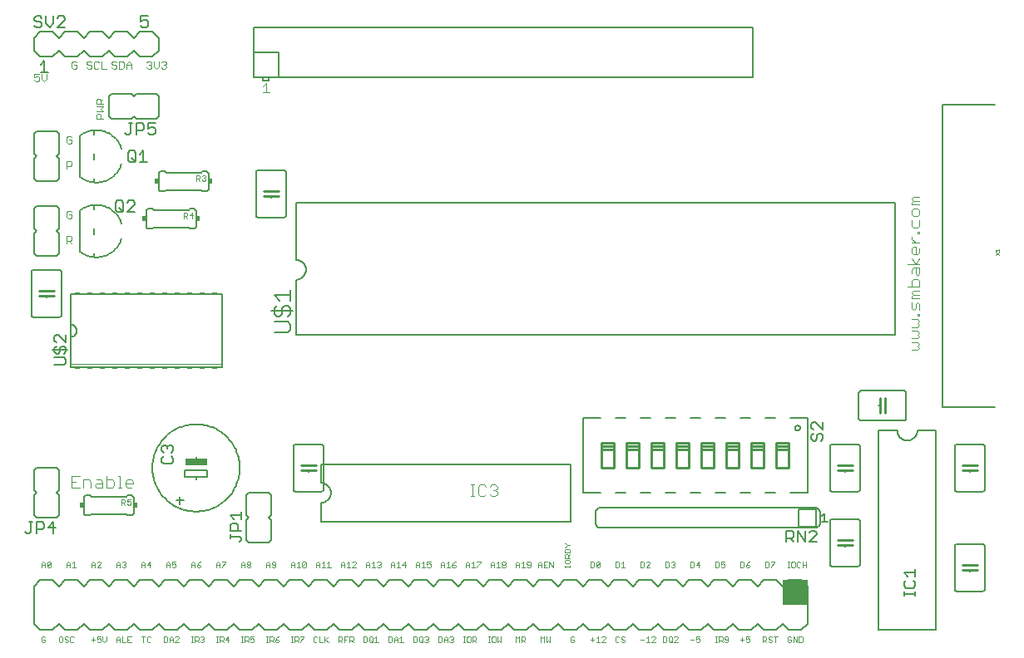
<source format=gto>
G75*
%MOIN*%
%OFA0B0*%
%FSLAX24Y24*%
%IPPOS*%
%LPD*%
%AMOC8*
5,1,8,0,0,1.08239X$1,22.5*
%
%ADD10C,0.0020*%
%ADD11C,0.0040*%
%ADD12C,0.0030*%
%ADD13C,0.0060*%
%ADD14R,0.1000X0.1000*%
%ADD15C,0.0080*%
%ADD16C,0.0100*%
%ADD17C,0.0050*%
%ADD18R,0.0200X0.0050*%
%ADD19R,0.0150X0.0200*%
%ADD20R,0.0900X0.0250*%
D10*
X001527Y004190D02*
X001600Y004190D01*
X001637Y004227D01*
X001637Y004300D01*
X001563Y004300D01*
X001490Y004227D02*
X001527Y004190D01*
X001490Y004227D02*
X001490Y004373D01*
X001527Y004410D01*
X001600Y004410D01*
X001637Y004373D01*
X002190Y004373D02*
X002190Y004227D01*
X002227Y004190D01*
X002300Y004190D01*
X002337Y004227D01*
X002337Y004373D01*
X002300Y004410D01*
X002227Y004410D01*
X002190Y004373D01*
X002411Y004373D02*
X002411Y004337D01*
X002448Y004300D01*
X002521Y004300D01*
X002558Y004263D01*
X002558Y004227D01*
X002521Y004190D01*
X002448Y004190D01*
X002411Y004227D01*
X002411Y004373D02*
X002448Y004410D01*
X002521Y004410D01*
X002558Y004373D01*
X002632Y004373D02*
X002632Y004227D01*
X002669Y004190D01*
X002742Y004190D01*
X002779Y004227D01*
X002779Y004373D02*
X002742Y004410D01*
X002669Y004410D01*
X002632Y004373D01*
X003490Y004300D02*
X003637Y004300D01*
X003711Y004300D02*
X003784Y004337D01*
X003821Y004337D01*
X003858Y004300D01*
X003858Y004227D01*
X003821Y004190D01*
X003748Y004190D01*
X003711Y004227D01*
X003711Y004300D02*
X003711Y004410D01*
X003858Y004410D01*
X003932Y004410D02*
X003932Y004263D01*
X004005Y004190D01*
X004079Y004263D01*
X004079Y004410D01*
X004490Y004337D02*
X004563Y004410D01*
X004637Y004337D01*
X004637Y004190D01*
X004711Y004190D02*
X004858Y004190D01*
X004932Y004190D02*
X005079Y004190D01*
X005005Y004300D02*
X004932Y004300D01*
X004932Y004410D02*
X004932Y004190D01*
X004932Y004410D02*
X005079Y004410D01*
X004711Y004410D02*
X004711Y004190D01*
X004637Y004300D02*
X004490Y004300D01*
X004490Y004337D02*
X004490Y004190D01*
X003563Y004227D02*
X003563Y004373D01*
X005490Y004410D02*
X005637Y004410D01*
X005563Y004410D02*
X005563Y004190D01*
X005711Y004227D02*
X005748Y004190D01*
X005821Y004190D01*
X005858Y004227D01*
X005858Y004373D02*
X005821Y004410D01*
X005748Y004410D01*
X005711Y004373D01*
X005711Y004227D01*
X006390Y004190D02*
X006500Y004190D01*
X006537Y004227D01*
X006537Y004373D01*
X006500Y004410D01*
X006390Y004410D01*
X006390Y004190D01*
X006611Y004190D02*
X006611Y004337D01*
X006684Y004410D01*
X006758Y004337D01*
X006758Y004190D01*
X006832Y004190D02*
X006979Y004337D01*
X006979Y004373D01*
X006942Y004410D01*
X006869Y004410D01*
X006832Y004373D01*
X006758Y004300D02*
X006611Y004300D01*
X006832Y004190D02*
X006979Y004190D01*
X007490Y004190D02*
X007563Y004190D01*
X007527Y004190D02*
X007527Y004410D01*
X007563Y004410D02*
X007490Y004410D01*
X007637Y004410D02*
X007747Y004410D01*
X007784Y004373D01*
X007784Y004300D01*
X007747Y004263D01*
X007637Y004263D01*
X007637Y004190D02*
X007637Y004410D01*
X007711Y004263D02*
X007784Y004190D01*
X007858Y004227D02*
X007895Y004190D01*
X007968Y004190D01*
X008005Y004227D01*
X008005Y004263D01*
X007968Y004300D01*
X007932Y004300D01*
X007968Y004300D02*
X008005Y004337D01*
X008005Y004373D01*
X007968Y004410D01*
X007895Y004410D01*
X007858Y004373D01*
X008490Y004410D02*
X008563Y004410D01*
X008527Y004410D02*
X008527Y004190D01*
X008563Y004190D02*
X008490Y004190D01*
X008637Y004190D02*
X008637Y004410D01*
X008747Y004410D01*
X008784Y004373D01*
X008784Y004300D01*
X008747Y004263D01*
X008637Y004263D01*
X008711Y004263D02*
X008784Y004190D01*
X008858Y004300D02*
X009005Y004300D01*
X008968Y004190D02*
X008968Y004410D01*
X008858Y004300D01*
X009490Y004190D02*
X009563Y004190D01*
X009527Y004190D02*
X009527Y004410D01*
X009563Y004410D02*
X009490Y004410D01*
X009637Y004410D02*
X009747Y004410D01*
X009784Y004373D01*
X009784Y004300D01*
X009747Y004263D01*
X009637Y004263D01*
X009637Y004190D02*
X009637Y004410D01*
X009711Y004263D02*
X009784Y004190D01*
X009858Y004227D02*
X009895Y004190D01*
X009968Y004190D01*
X010005Y004227D01*
X010005Y004300D01*
X009968Y004337D01*
X009932Y004337D01*
X009858Y004300D01*
X009858Y004410D01*
X010005Y004410D01*
X010490Y004410D02*
X010563Y004410D01*
X010527Y004410D02*
X010527Y004190D01*
X010563Y004190D02*
X010490Y004190D01*
X010637Y004190D02*
X010637Y004410D01*
X010747Y004410D01*
X010784Y004373D01*
X010784Y004300D01*
X010747Y004263D01*
X010637Y004263D01*
X010711Y004263D02*
X010784Y004190D01*
X010858Y004227D02*
X010895Y004190D01*
X010968Y004190D01*
X011005Y004227D01*
X011005Y004263D01*
X010968Y004300D01*
X010858Y004300D01*
X010858Y004227D01*
X010858Y004300D02*
X010932Y004373D01*
X011005Y004410D01*
X011490Y004410D02*
X011563Y004410D01*
X011527Y004410D02*
X011527Y004190D01*
X011563Y004190D02*
X011490Y004190D01*
X011637Y004190D02*
X011637Y004410D01*
X011747Y004410D01*
X011784Y004373D01*
X011784Y004300D01*
X011747Y004263D01*
X011637Y004263D01*
X011711Y004263D02*
X011784Y004190D01*
X011858Y004190D02*
X011858Y004227D01*
X012005Y004373D01*
X012005Y004410D01*
X011858Y004410D01*
X012390Y004373D02*
X012390Y004227D01*
X012427Y004190D01*
X012500Y004190D01*
X012537Y004227D01*
X012611Y004190D02*
X012758Y004190D01*
X012832Y004190D02*
X012832Y004410D01*
X012869Y004300D02*
X012979Y004190D01*
X012832Y004263D02*
X012979Y004410D01*
X012611Y004410D02*
X012611Y004190D01*
X012537Y004373D02*
X012500Y004410D01*
X012427Y004410D01*
X012390Y004373D01*
X013390Y004410D02*
X013500Y004410D01*
X013537Y004373D01*
X013537Y004300D01*
X013500Y004263D01*
X013390Y004263D01*
X013390Y004190D02*
X013390Y004410D01*
X013463Y004263D02*
X013537Y004190D01*
X013611Y004190D02*
X013611Y004410D01*
X013758Y004410D01*
X013832Y004410D02*
X013942Y004410D01*
X013979Y004373D01*
X013979Y004300D01*
X013942Y004263D01*
X013832Y004263D01*
X013832Y004190D02*
X013832Y004410D01*
X013905Y004263D02*
X013979Y004190D01*
X013684Y004300D02*
X013611Y004300D01*
X014390Y004190D02*
X014500Y004190D01*
X014537Y004227D01*
X014537Y004373D01*
X014500Y004410D01*
X014390Y004410D01*
X014390Y004190D01*
X014611Y004227D02*
X014648Y004190D01*
X014721Y004190D01*
X014758Y004227D01*
X014758Y004373D01*
X014721Y004410D01*
X014648Y004410D01*
X014611Y004373D01*
X014611Y004227D01*
X014684Y004263D02*
X014758Y004190D01*
X014832Y004190D02*
X014979Y004190D01*
X014905Y004190D02*
X014905Y004410D01*
X014832Y004337D01*
X015390Y004410D02*
X015500Y004410D01*
X015537Y004373D01*
X015537Y004227D01*
X015500Y004190D01*
X015390Y004190D01*
X015390Y004410D01*
X015611Y004337D02*
X015684Y004410D01*
X015758Y004337D01*
X015758Y004190D01*
X015832Y004190D02*
X015979Y004190D01*
X015905Y004190D02*
X015905Y004410D01*
X015832Y004337D01*
X015758Y004300D02*
X015611Y004300D01*
X015611Y004337D02*
X015611Y004190D01*
X016390Y004190D02*
X016500Y004190D01*
X016537Y004227D01*
X016537Y004373D01*
X016500Y004410D01*
X016390Y004410D01*
X016390Y004190D01*
X016611Y004227D02*
X016648Y004190D01*
X016721Y004190D01*
X016758Y004227D01*
X016758Y004373D01*
X016721Y004410D01*
X016648Y004410D01*
X016611Y004373D01*
X016611Y004227D01*
X016684Y004263D02*
X016758Y004190D01*
X016832Y004227D02*
X016869Y004190D01*
X016942Y004190D01*
X016979Y004227D01*
X016979Y004263D01*
X016942Y004300D01*
X016905Y004300D01*
X016942Y004300D02*
X016979Y004337D01*
X016979Y004373D01*
X016942Y004410D01*
X016869Y004410D01*
X016832Y004373D01*
X017390Y004410D02*
X017500Y004410D01*
X017537Y004373D01*
X017537Y004227D01*
X017500Y004190D01*
X017390Y004190D01*
X017390Y004410D01*
X017611Y004337D02*
X017684Y004410D01*
X017758Y004337D01*
X017758Y004190D01*
X017832Y004227D02*
X017869Y004190D01*
X017942Y004190D01*
X017979Y004227D01*
X017979Y004263D01*
X017942Y004300D01*
X017905Y004300D01*
X017942Y004300D02*
X017979Y004337D01*
X017979Y004373D01*
X017942Y004410D01*
X017869Y004410D01*
X017832Y004373D01*
X017758Y004300D02*
X017611Y004300D01*
X017611Y004337D02*
X017611Y004190D01*
X018390Y004190D02*
X018463Y004190D01*
X018427Y004190D02*
X018427Y004410D01*
X018463Y004410D02*
X018390Y004410D01*
X018537Y004373D02*
X018537Y004227D01*
X018574Y004190D01*
X018647Y004190D01*
X018684Y004227D01*
X018684Y004373D01*
X018647Y004410D01*
X018574Y004410D01*
X018537Y004373D01*
X018758Y004410D02*
X018868Y004410D01*
X018905Y004373D01*
X018905Y004300D01*
X018868Y004263D01*
X018758Y004263D01*
X018758Y004190D02*
X018758Y004410D01*
X018832Y004263D02*
X018905Y004190D01*
X019390Y004190D02*
X019463Y004190D01*
X019427Y004190D02*
X019427Y004410D01*
X019463Y004410D02*
X019390Y004410D01*
X019537Y004373D02*
X019537Y004227D01*
X019574Y004190D01*
X019647Y004190D01*
X019684Y004227D01*
X019684Y004373D01*
X019647Y004410D01*
X019574Y004410D01*
X019537Y004373D01*
X019758Y004410D02*
X019758Y004190D01*
X019832Y004263D01*
X019905Y004190D01*
X019905Y004410D01*
X020490Y004410D02*
X020563Y004337D01*
X020637Y004410D01*
X020637Y004190D01*
X020711Y004190D02*
X020711Y004410D01*
X020821Y004410D01*
X020858Y004373D01*
X020858Y004300D01*
X020821Y004263D01*
X020711Y004263D01*
X020784Y004263D02*
X020858Y004190D01*
X020490Y004190D02*
X020490Y004410D01*
X021490Y004410D02*
X021563Y004337D01*
X021637Y004410D01*
X021637Y004190D01*
X021711Y004190D02*
X021784Y004263D01*
X021858Y004190D01*
X021858Y004410D01*
X021711Y004410D02*
X021711Y004190D01*
X021490Y004190D02*
X021490Y004410D01*
X022690Y004373D02*
X022690Y004227D01*
X022727Y004190D01*
X022800Y004190D01*
X022837Y004227D01*
X022837Y004300D01*
X022763Y004300D01*
X022690Y004373D02*
X022727Y004410D01*
X022800Y004410D01*
X022837Y004373D01*
X023490Y004300D02*
X023637Y004300D01*
X023711Y004337D02*
X023784Y004410D01*
X023784Y004190D01*
X023711Y004190D02*
X023858Y004190D01*
X023932Y004190D02*
X024079Y004337D01*
X024079Y004373D01*
X024042Y004410D01*
X023969Y004410D01*
X023932Y004373D01*
X023932Y004190D02*
X024079Y004190D01*
X024490Y004227D02*
X024527Y004190D01*
X024600Y004190D01*
X024637Y004227D01*
X024711Y004227D02*
X024748Y004190D01*
X024821Y004190D01*
X024858Y004227D01*
X024858Y004263D01*
X024821Y004300D01*
X024748Y004300D01*
X024711Y004337D01*
X024711Y004373D01*
X024748Y004410D01*
X024821Y004410D01*
X024858Y004373D01*
X024637Y004373D02*
X024600Y004410D01*
X024527Y004410D01*
X024490Y004373D01*
X024490Y004227D01*
X023563Y004227D02*
X023563Y004373D01*
X025490Y004300D02*
X025637Y004300D01*
X025711Y004337D02*
X025784Y004410D01*
X025784Y004190D01*
X025711Y004190D02*
X025858Y004190D01*
X025932Y004190D02*
X026079Y004337D01*
X026079Y004373D01*
X026042Y004410D01*
X025969Y004410D01*
X025932Y004373D01*
X025932Y004190D02*
X026079Y004190D01*
X026390Y004190D02*
X026500Y004190D01*
X026537Y004227D01*
X026537Y004373D01*
X026500Y004410D01*
X026390Y004410D01*
X026390Y004190D01*
X026611Y004227D02*
X026648Y004190D01*
X026721Y004190D01*
X026758Y004227D01*
X026758Y004373D01*
X026721Y004410D01*
X026648Y004410D01*
X026611Y004373D01*
X026611Y004227D01*
X026684Y004263D02*
X026758Y004190D01*
X026832Y004190D02*
X026979Y004337D01*
X026979Y004373D01*
X026942Y004410D01*
X026869Y004410D01*
X026832Y004373D01*
X026832Y004190D02*
X026979Y004190D01*
X027490Y004300D02*
X027637Y004300D01*
X027711Y004300D02*
X027784Y004337D01*
X027821Y004337D01*
X027858Y004300D01*
X027858Y004227D01*
X027821Y004190D01*
X027748Y004190D01*
X027711Y004227D01*
X027711Y004300D02*
X027711Y004410D01*
X027858Y004410D01*
X028490Y004410D02*
X028563Y004410D01*
X028527Y004410D02*
X028527Y004190D01*
X028563Y004190D02*
X028490Y004190D01*
X028637Y004190D02*
X028637Y004410D01*
X028747Y004410D01*
X028784Y004373D01*
X028784Y004300D01*
X028747Y004263D01*
X028637Y004263D01*
X028711Y004263D02*
X028784Y004190D01*
X028858Y004227D02*
X028895Y004190D01*
X028968Y004190D01*
X029005Y004227D01*
X029005Y004373D01*
X028968Y004410D01*
X028895Y004410D01*
X028858Y004373D01*
X028858Y004337D01*
X028895Y004300D01*
X029005Y004300D01*
X029490Y004300D02*
X029637Y004300D01*
X029711Y004300D02*
X029784Y004337D01*
X029821Y004337D01*
X029858Y004300D01*
X029858Y004227D01*
X029821Y004190D01*
X029748Y004190D01*
X029711Y004227D01*
X029711Y004300D02*
X029711Y004410D01*
X029858Y004410D01*
X029563Y004373D02*
X029563Y004227D01*
X030390Y004263D02*
X030500Y004263D01*
X030537Y004300D01*
X030537Y004373D01*
X030500Y004410D01*
X030390Y004410D01*
X030390Y004190D01*
X030463Y004263D02*
X030537Y004190D01*
X030611Y004227D02*
X030648Y004190D01*
X030721Y004190D01*
X030758Y004227D01*
X030758Y004263D01*
X030721Y004300D01*
X030648Y004300D01*
X030611Y004337D01*
X030611Y004373D01*
X030648Y004410D01*
X030721Y004410D01*
X030758Y004373D01*
X030832Y004410D02*
X030979Y004410D01*
X030905Y004410D02*
X030905Y004190D01*
X031390Y004227D02*
X031427Y004190D01*
X031500Y004190D01*
X031537Y004227D01*
X031537Y004300D01*
X031463Y004300D01*
X031390Y004373D02*
X031390Y004227D01*
X031390Y004373D02*
X031427Y004410D01*
X031500Y004410D01*
X031537Y004373D01*
X031611Y004410D02*
X031758Y004190D01*
X031758Y004410D01*
X031832Y004410D02*
X031942Y004410D01*
X031979Y004373D01*
X031979Y004227D01*
X031942Y004190D01*
X031832Y004190D01*
X031832Y004410D01*
X031611Y004410D02*
X031611Y004190D01*
X031647Y007190D02*
X031684Y007227D01*
X031684Y007373D01*
X031647Y007410D01*
X031574Y007410D01*
X031537Y007373D01*
X031537Y007227D01*
X031574Y007190D01*
X031647Y007190D01*
X031758Y007227D02*
X031795Y007190D01*
X031868Y007190D01*
X031905Y007227D01*
X031979Y007190D02*
X031979Y007410D01*
X031905Y007373D02*
X031868Y007410D01*
X031795Y007410D01*
X031758Y007373D01*
X031758Y007227D01*
X031979Y007300D02*
X032126Y007300D01*
X032126Y007410D02*
X032126Y007190D01*
X031463Y007190D02*
X031390Y007190D01*
X031427Y007190D02*
X031427Y007410D01*
X031463Y007410D02*
X031390Y007410D01*
X030858Y007410D02*
X030858Y007373D01*
X030711Y007227D01*
X030711Y007190D01*
X030637Y007227D02*
X030637Y007373D01*
X030600Y007410D01*
X030490Y007410D01*
X030490Y007190D01*
X030600Y007190D01*
X030637Y007227D01*
X030711Y007410D02*
X030858Y007410D01*
X029858Y007410D02*
X029784Y007373D01*
X029711Y007300D01*
X029821Y007300D01*
X029858Y007263D01*
X029858Y007227D01*
X029821Y007190D01*
X029748Y007190D01*
X029711Y007227D01*
X029711Y007300D01*
X029637Y007227D02*
X029637Y007373D01*
X029600Y007410D01*
X029490Y007410D01*
X029490Y007190D01*
X029600Y007190D01*
X029637Y007227D01*
X028858Y007227D02*
X028821Y007190D01*
X028748Y007190D01*
X028711Y007227D01*
X028711Y007300D02*
X028784Y007337D01*
X028821Y007337D01*
X028858Y007300D01*
X028858Y007227D01*
X028711Y007300D02*
X028711Y007410D01*
X028858Y007410D01*
X028637Y007373D02*
X028600Y007410D01*
X028490Y007410D01*
X028490Y007190D01*
X028600Y007190D01*
X028637Y007227D01*
X028637Y007373D01*
X027858Y007300D02*
X027711Y007300D01*
X027821Y007410D01*
X027821Y007190D01*
X027637Y007227D02*
X027637Y007373D01*
X027600Y007410D01*
X027490Y007410D01*
X027490Y007190D01*
X027600Y007190D01*
X027637Y007227D01*
X026858Y007227D02*
X026821Y007190D01*
X026748Y007190D01*
X026711Y007227D01*
X026637Y007227D02*
X026637Y007373D01*
X026600Y007410D01*
X026490Y007410D01*
X026490Y007190D01*
X026600Y007190D01*
X026637Y007227D01*
X026711Y007373D02*
X026748Y007410D01*
X026821Y007410D01*
X026858Y007373D01*
X026858Y007337D01*
X026821Y007300D01*
X026858Y007263D01*
X026858Y007227D01*
X026821Y007300D02*
X026784Y007300D01*
X025858Y007337D02*
X025858Y007373D01*
X025821Y007410D01*
X025748Y007410D01*
X025711Y007373D01*
X025637Y007373D02*
X025600Y007410D01*
X025490Y007410D01*
X025490Y007190D01*
X025600Y007190D01*
X025637Y007227D01*
X025637Y007373D01*
X025711Y007190D02*
X025858Y007337D01*
X025858Y007190D02*
X025711Y007190D01*
X024858Y007190D02*
X024711Y007190D01*
X024784Y007190D02*
X024784Y007410D01*
X024711Y007337D01*
X024637Y007373D02*
X024600Y007410D01*
X024490Y007410D01*
X024490Y007190D01*
X024600Y007190D01*
X024637Y007227D01*
X024637Y007373D01*
X023858Y007373D02*
X023711Y007227D01*
X023748Y007190D01*
X023821Y007190D01*
X023858Y007227D01*
X023858Y007373D01*
X023821Y007410D01*
X023748Y007410D01*
X023711Y007373D01*
X023711Y007227D01*
X023637Y007227D02*
X023637Y007373D01*
X023600Y007410D01*
X023490Y007410D01*
X023490Y007190D01*
X023600Y007190D01*
X023637Y007227D01*
X022670Y007227D02*
X022450Y007227D01*
X022450Y007263D02*
X022450Y007190D01*
X022487Y007337D02*
X022633Y007337D01*
X022670Y007374D01*
X022670Y007447D01*
X022633Y007484D01*
X022487Y007484D01*
X022450Y007447D01*
X022450Y007374D01*
X022487Y007337D01*
X022670Y007263D02*
X022670Y007190D01*
X022670Y007558D02*
X022450Y007558D01*
X022450Y007668D01*
X022487Y007705D01*
X022560Y007705D01*
X022597Y007668D01*
X022597Y007558D01*
X022597Y007632D02*
X022670Y007705D01*
X022670Y007779D02*
X022450Y007779D01*
X022450Y007889D01*
X022487Y007926D01*
X022633Y007926D01*
X022670Y007889D01*
X022670Y007779D01*
X022487Y008000D02*
X022560Y008074D01*
X022670Y008074D01*
X022560Y008074D02*
X022487Y008147D01*
X022450Y008147D01*
X022450Y008000D02*
X022487Y008000D01*
X021979Y007410D02*
X021979Y007190D01*
X021832Y007410D01*
X021832Y007190D01*
X021758Y007190D02*
X021611Y007190D01*
X021611Y007410D01*
X021758Y007410D01*
X021684Y007300D02*
X021611Y007300D01*
X021537Y007300D02*
X021390Y007300D01*
X021390Y007337D02*
X021463Y007410D01*
X021537Y007337D01*
X021537Y007190D01*
X021390Y007190D02*
X021390Y007337D01*
X021079Y007373D02*
X021042Y007410D01*
X020969Y007410D01*
X020932Y007373D01*
X020932Y007337D01*
X020969Y007300D01*
X021079Y007300D01*
X021079Y007227D02*
X021079Y007373D01*
X021079Y007227D02*
X021042Y007190D01*
X020969Y007190D01*
X020932Y007227D01*
X020858Y007190D02*
X020711Y007190D01*
X020784Y007190D02*
X020784Y007410D01*
X020711Y007337D01*
X020637Y007337D02*
X020637Y007190D01*
X020637Y007300D02*
X020490Y007300D01*
X020490Y007337D02*
X020563Y007410D01*
X020637Y007337D01*
X020490Y007337D02*
X020490Y007190D01*
X020079Y007227D02*
X020042Y007190D01*
X019969Y007190D01*
X019932Y007227D01*
X019932Y007263D01*
X019969Y007300D01*
X020042Y007300D01*
X020079Y007263D01*
X020079Y007227D01*
X020042Y007300D02*
X020079Y007337D01*
X020079Y007373D01*
X020042Y007410D01*
X019969Y007410D01*
X019932Y007373D01*
X019932Y007337D01*
X019969Y007300D01*
X019858Y007190D02*
X019711Y007190D01*
X019784Y007190D02*
X019784Y007410D01*
X019711Y007337D01*
X019637Y007337D02*
X019637Y007190D01*
X019637Y007300D02*
X019490Y007300D01*
X019490Y007337D02*
X019563Y007410D01*
X019637Y007337D01*
X019490Y007337D02*
X019490Y007190D01*
X019079Y007373D02*
X018932Y007227D01*
X018932Y007190D01*
X018858Y007190D02*
X018711Y007190D01*
X018784Y007190D02*
X018784Y007410D01*
X018711Y007337D01*
X018637Y007337D02*
X018637Y007190D01*
X018637Y007300D02*
X018490Y007300D01*
X018490Y007337D02*
X018563Y007410D01*
X018637Y007337D01*
X018490Y007337D02*
X018490Y007190D01*
X018079Y007227D02*
X018079Y007263D01*
X018042Y007300D01*
X017932Y007300D01*
X017932Y007227D01*
X017969Y007190D01*
X018042Y007190D01*
X018079Y007227D01*
X018005Y007373D02*
X018079Y007410D01*
X018005Y007373D02*
X017932Y007300D01*
X017858Y007190D02*
X017711Y007190D01*
X017784Y007190D02*
X017784Y007410D01*
X017711Y007337D01*
X017637Y007337D02*
X017637Y007190D01*
X017637Y007300D02*
X017490Y007300D01*
X017490Y007337D02*
X017563Y007410D01*
X017637Y007337D01*
X017490Y007337D02*
X017490Y007190D01*
X017079Y007227D02*
X017042Y007190D01*
X016969Y007190D01*
X016932Y007227D01*
X016932Y007300D02*
X017005Y007337D01*
X017042Y007337D01*
X017079Y007300D01*
X017079Y007227D01*
X016932Y007300D02*
X016932Y007410D01*
X017079Y007410D01*
X016784Y007410D02*
X016784Y007190D01*
X016711Y007190D02*
X016858Y007190D01*
X016711Y007337D02*
X016784Y007410D01*
X016637Y007337D02*
X016637Y007190D01*
X016637Y007300D02*
X016490Y007300D01*
X016490Y007337D02*
X016563Y007410D01*
X016637Y007337D01*
X016490Y007337D02*
X016490Y007190D01*
X016079Y007300D02*
X015932Y007300D01*
X016042Y007410D01*
X016042Y007190D01*
X015858Y007190D02*
X015711Y007190D01*
X015784Y007190D02*
X015784Y007410D01*
X015711Y007337D01*
X015637Y007337D02*
X015637Y007190D01*
X015637Y007300D02*
X015490Y007300D01*
X015490Y007337D02*
X015563Y007410D01*
X015637Y007337D01*
X015490Y007337D02*
X015490Y007190D01*
X015079Y007227D02*
X015042Y007190D01*
X014969Y007190D01*
X014932Y007227D01*
X014858Y007190D02*
X014711Y007190D01*
X014784Y007190D02*
X014784Y007410D01*
X014711Y007337D01*
X014637Y007337D02*
X014637Y007190D01*
X014637Y007300D02*
X014490Y007300D01*
X014490Y007337D02*
X014563Y007410D01*
X014637Y007337D01*
X014490Y007337D02*
X014490Y007190D01*
X014079Y007190D02*
X013932Y007190D01*
X014079Y007337D01*
X014079Y007373D01*
X014042Y007410D01*
X013969Y007410D01*
X013932Y007373D01*
X013784Y007410D02*
X013784Y007190D01*
X013711Y007190D02*
X013858Y007190D01*
X013711Y007337D02*
X013784Y007410D01*
X013637Y007337D02*
X013637Y007190D01*
X013637Y007300D02*
X013490Y007300D01*
X013490Y007337D02*
X013563Y007410D01*
X013637Y007337D01*
X013490Y007337D02*
X013490Y007190D01*
X013079Y007190D02*
X012932Y007190D01*
X013005Y007190D02*
X013005Y007410D01*
X012932Y007337D01*
X012858Y007190D02*
X012711Y007190D01*
X012784Y007190D02*
X012784Y007410D01*
X012711Y007337D01*
X012637Y007337D02*
X012637Y007190D01*
X012637Y007300D02*
X012490Y007300D01*
X012490Y007337D02*
X012563Y007410D01*
X012637Y007337D01*
X012490Y007337D02*
X012490Y007190D01*
X012079Y007227D02*
X012042Y007190D01*
X011969Y007190D01*
X011932Y007227D01*
X012079Y007373D01*
X012079Y007227D01*
X012079Y007373D02*
X012042Y007410D01*
X011969Y007410D01*
X011932Y007373D01*
X011932Y007227D01*
X011858Y007190D02*
X011711Y007190D01*
X011784Y007190D02*
X011784Y007410D01*
X011711Y007337D01*
X011637Y007337D02*
X011637Y007190D01*
X011637Y007300D02*
X011490Y007300D01*
X011490Y007337D02*
X011563Y007410D01*
X011637Y007337D01*
X011490Y007337D02*
X011490Y007190D01*
X010858Y007227D02*
X010858Y007373D01*
X010821Y007410D01*
X010748Y007410D01*
X010711Y007373D01*
X010711Y007337D01*
X010748Y007300D01*
X010858Y007300D01*
X010858Y007227D02*
X010821Y007190D01*
X010748Y007190D01*
X010711Y007227D01*
X010637Y007190D02*
X010637Y007337D01*
X010563Y007410D01*
X010490Y007337D01*
X010490Y007190D01*
X010490Y007300D02*
X010637Y007300D01*
X009858Y007263D02*
X009858Y007227D01*
X009821Y007190D01*
X009748Y007190D01*
X009711Y007227D01*
X009711Y007263D01*
X009748Y007300D01*
X009821Y007300D01*
X009858Y007263D01*
X009821Y007300D02*
X009858Y007337D01*
X009858Y007373D01*
X009821Y007410D01*
X009748Y007410D01*
X009711Y007373D01*
X009711Y007337D01*
X009748Y007300D01*
X009637Y007300D02*
X009490Y007300D01*
X009490Y007337D02*
X009563Y007410D01*
X009637Y007337D01*
X009637Y007190D01*
X009490Y007190D02*
X009490Y007337D01*
X008858Y007373D02*
X008711Y007227D01*
X008711Y007190D01*
X008637Y007190D02*
X008637Y007337D01*
X008563Y007410D01*
X008490Y007337D01*
X008490Y007190D01*
X008490Y007300D02*
X008637Y007300D01*
X008711Y007410D02*
X008858Y007410D01*
X008858Y007373D01*
X007858Y007410D02*
X007784Y007373D01*
X007711Y007300D01*
X007821Y007300D01*
X007858Y007263D01*
X007858Y007227D01*
X007821Y007190D01*
X007748Y007190D01*
X007711Y007227D01*
X007711Y007300D01*
X007637Y007300D02*
X007490Y007300D01*
X007490Y007337D02*
X007563Y007410D01*
X007637Y007337D01*
X007637Y007190D01*
X007490Y007190D02*
X007490Y007337D01*
X006858Y007300D02*
X006858Y007227D01*
X006821Y007190D01*
X006748Y007190D01*
X006711Y007227D01*
X006711Y007300D02*
X006784Y007337D01*
X006821Y007337D01*
X006858Y007300D01*
X006858Y007410D02*
X006711Y007410D01*
X006711Y007300D01*
X006637Y007300D02*
X006490Y007300D01*
X006490Y007337D02*
X006563Y007410D01*
X006637Y007337D01*
X006637Y007190D01*
X006490Y007190D02*
X006490Y007337D01*
X005858Y007300D02*
X005711Y007300D01*
X005821Y007410D01*
X005821Y007190D01*
X005637Y007190D02*
X005637Y007337D01*
X005563Y007410D01*
X005490Y007337D01*
X005490Y007190D01*
X005490Y007300D02*
X005637Y007300D01*
X004858Y007263D02*
X004858Y007227D01*
X004821Y007190D01*
X004748Y007190D01*
X004711Y007227D01*
X004637Y007190D02*
X004637Y007337D01*
X004563Y007410D01*
X004490Y007337D01*
X004490Y007190D01*
X004490Y007300D02*
X004637Y007300D01*
X004711Y007373D02*
X004748Y007410D01*
X004821Y007410D01*
X004858Y007373D01*
X004858Y007337D01*
X004821Y007300D01*
X004858Y007263D01*
X004821Y007300D02*
X004784Y007300D01*
X003858Y007337D02*
X003858Y007373D01*
X003821Y007410D01*
X003748Y007410D01*
X003711Y007373D01*
X003637Y007337D02*
X003637Y007190D01*
X003711Y007190D02*
X003858Y007337D01*
X003858Y007190D02*
X003711Y007190D01*
X003637Y007300D02*
X003490Y007300D01*
X003490Y007337D02*
X003563Y007410D01*
X003637Y007337D01*
X003490Y007337D02*
X003490Y007190D01*
X002858Y007190D02*
X002711Y007190D01*
X002784Y007190D02*
X002784Y007410D01*
X002711Y007337D01*
X002637Y007337D02*
X002637Y007190D01*
X002637Y007300D02*
X002490Y007300D01*
X002490Y007337D02*
X002563Y007410D01*
X002637Y007337D01*
X002490Y007337D02*
X002490Y007190D01*
X001858Y007227D02*
X001821Y007190D01*
X001748Y007190D01*
X001711Y007227D01*
X001858Y007373D01*
X001858Y007227D01*
X001858Y007373D02*
X001821Y007410D01*
X001748Y007410D01*
X001711Y007373D01*
X001711Y007227D01*
X001637Y007190D02*
X001637Y007337D01*
X001563Y007410D01*
X001490Y007337D01*
X001490Y007190D01*
X001490Y007300D02*
X001637Y007300D01*
X004690Y009700D02*
X004690Y009920D01*
X004800Y009920D01*
X004837Y009883D01*
X004837Y009810D01*
X004800Y009773D01*
X004690Y009773D01*
X004763Y009773D02*
X004837Y009700D01*
X004911Y009737D02*
X004948Y009700D01*
X005021Y009700D01*
X005058Y009737D01*
X005058Y009810D01*
X005021Y009847D01*
X004984Y009847D01*
X004911Y009810D01*
X004911Y009920D01*
X005058Y009920D01*
X002630Y015350D02*
X008730Y015350D01*
X007521Y021200D02*
X007521Y021420D01*
X007411Y021310D01*
X007558Y021310D01*
X007337Y021310D02*
X007300Y021273D01*
X007190Y021273D01*
X007190Y021200D02*
X007190Y021420D01*
X007300Y021420D01*
X007337Y021383D01*
X007337Y021310D01*
X007263Y021273D02*
X007337Y021200D01*
X007690Y022700D02*
X007690Y022920D01*
X007800Y022920D01*
X007837Y022883D01*
X007837Y022810D01*
X007800Y022773D01*
X007690Y022773D01*
X007763Y022773D02*
X007837Y022700D01*
X007911Y022737D02*
X007948Y022700D01*
X008021Y022700D01*
X008058Y022737D01*
X008058Y022773D01*
X008021Y022810D01*
X007984Y022810D01*
X008021Y022810D02*
X008058Y022847D01*
X008058Y022883D01*
X008021Y022920D01*
X007948Y022920D01*
X007911Y022883D01*
X014969Y007410D02*
X015042Y007410D01*
X015079Y007373D01*
X015079Y007337D01*
X015042Y007300D01*
X015079Y007263D01*
X015079Y007227D01*
X015042Y007300D02*
X015005Y007300D01*
X014932Y007373D02*
X014969Y007410D01*
X018932Y007410D02*
X019079Y007410D01*
X019079Y007373D01*
X039721Y019708D02*
X039861Y019802D01*
X039861Y019856D02*
X039861Y019949D01*
X039861Y019902D02*
X039721Y019902D01*
X039768Y019856D01*
X039721Y019802D02*
X039861Y019708D01*
D11*
X036660Y019821D02*
X036583Y019745D01*
X036430Y019745D01*
X036353Y019821D01*
X036353Y019975D01*
X036430Y020051D01*
X036507Y020051D01*
X036507Y019745D01*
X036660Y019821D02*
X036660Y019975D01*
X036660Y020205D02*
X036353Y020205D01*
X036353Y020358D02*
X036353Y020435D01*
X036353Y020358D02*
X036507Y020205D01*
X036583Y020589D02*
X036583Y020665D01*
X036660Y020665D01*
X036660Y020589D01*
X036583Y020589D01*
X036583Y020819D02*
X036430Y020819D01*
X036353Y020896D01*
X036353Y021126D01*
X036430Y021279D02*
X036583Y021279D01*
X036660Y021356D01*
X036660Y021509D01*
X036583Y021586D01*
X036430Y021586D01*
X036353Y021509D01*
X036353Y021356D01*
X036430Y021279D01*
X036660Y021126D02*
X036660Y020896D01*
X036583Y020819D01*
X036660Y021740D02*
X036353Y021740D01*
X036353Y021816D01*
X036430Y021893D01*
X036353Y021970D01*
X036430Y022047D01*
X036660Y022047D01*
X036660Y021893D02*
X036430Y021893D01*
X036353Y019591D02*
X036507Y019361D01*
X036660Y019591D01*
X036660Y019361D02*
X036200Y019361D01*
X036430Y019207D02*
X036660Y019207D01*
X036660Y018977D01*
X036583Y018901D01*
X036507Y018977D01*
X036507Y019207D01*
X036430Y019207D02*
X036353Y019131D01*
X036353Y018977D01*
X036430Y018747D02*
X036353Y018670D01*
X036353Y018440D01*
X036200Y018440D02*
X036660Y018440D01*
X036660Y018670D01*
X036583Y018747D01*
X036430Y018747D01*
X036430Y018287D02*
X036660Y018287D01*
X036660Y018133D02*
X036430Y018133D01*
X036353Y018210D01*
X036430Y018287D01*
X036430Y018133D02*
X036353Y018056D01*
X036353Y017980D01*
X036660Y017980D01*
X036583Y017826D02*
X036507Y017750D01*
X036507Y017596D01*
X036430Y017519D01*
X036353Y017596D01*
X036353Y017826D01*
X036583Y017826D02*
X036660Y017750D01*
X036660Y017519D01*
X036660Y017366D02*
X036660Y017289D01*
X036583Y017289D01*
X036583Y017366D01*
X036660Y017366D01*
X036583Y017136D02*
X036353Y017136D01*
X036583Y017136D02*
X036660Y017059D01*
X036583Y016982D01*
X036660Y016905D01*
X036583Y016829D01*
X036353Y016829D01*
X036353Y016675D02*
X036583Y016675D01*
X036660Y016599D01*
X036583Y016522D01*
X036660Y016445D01*
X036583Y016368D01*
X036353Y016368D01*
X036353Y016215D02*
X036583Y016215D01*
X036660Y016138D01*
X036583Y016061D01*
X036660Y015985D01*
X036583Y015908D01*
X036353Y015908D01*
X019747Y010434D02*
X019747Y010357D01*
X019670Y010280D01*
X019747Y010203D01*
X019747Y010127D01*
X019670Y010050D01*
X019516Y010050D01*
X019440Y010127D01*
X019286Y010127D02*
X019209Y010050D01*
X019056Y010050D01*
X018979Y010127D01*
X018979Y010434D01*
X019056Y010510D01*
X019209Y010510D01*
X019286Y010434D01*
X019440Y010434D02*
X019516Y010510D01*
X019670Y010510D01*
X019747Y010434D01*
X019670Y010280D02*
X019593Y010280D01*
X018826Y010050D02*
X018672Y010050D01*
X018749Y010050D02*
X018749Y010510D01*
X018672Y010510D02*
X018826Y010510D01*
X005155Y010553D02*
X004848Y010553D01*
X004848Y010477D02*
X004848Y010630D01*
X004925Y010707D01*
X005079Y010707D01*
X005155Y010630D01*
X005155Y010553D01*
X005079Y010400D02*
X004925Y010400D01*
X004848Y010477D01*
X004695Y010400D02*
X004542Y010400D01*
X004618Y010400D02*
X004618Y010860D01*
X004542Y010860D01*
X004388Y010630D02*
X004311Y010707D01*
X004081Y010707D01*
X004081Y010860D02*
X004081Y010400D01*
X004311Y010400D01*
X004388Y010477D01*
X004388Y010630D01*
X003928Y010630D02*
X003928Y010400D01*
X003698Y010400D01*
X003621Y010477D01*
X003698Y010553D01*
X003928Y010553D01*
X003928Y010630D02*
X003851Y010707D01*
X003698Y010707D01*
X003467Y010630D02*
X003467Y010400D01*
X003467Y010630D02*
X003391Y010707D01*
X003160Y010707D01*
X003160Y010400D01*
X003007Y010400D02*
X002700Y010400D01*
X002700Y010860D01*
X003007Y010860D01*
X002853Y010630D02*
X002700Y010630D01*
X010370Y026244D02*
X010610Y026244D01*
X010490Y026244D02*
X010490Y026605D01*
X010370Y026484D01*
D12*
X006478Y027243D02*
X006429Y027195D01*
X006333Y027195D01*
X006284Y027243D01*
X006183Y027292D02*
X006183Y027485D01*
X006284Y027437D02*
X006333Y027485D01*
X006429Y027485D01*
X006478Y027437D01*
X006478Y027388D01*
X006429Y027340D01*
X006478Y027292D01*
X006478Y027243D01*
X006429Y027340D02*
X006381Y027340D01*
X006183Y027292D02*
X006086Y027195D01*
X005990Y027292D01*
X005990Y027485D01*
X005888Y027437D02*
X005888Y027388D01*
X005840Y027340D01*
X005888Y027292D01*
X005888Y027243D01*
X005840Y027195D01*
X005743Y027195D01*
X005695Y027243D01*
X005792Y027340D02*
X005840Y027340D01*
X005888Y027437D02*
X005840Y027485D01*
X005743Y027485D01*
X005695Y027437D01*
X005078Y027388D02*
X004981Y027485D01*
X004884Y027388D01*
X004884Y027195D01*
X004783Y027243D02*
X004783Y027437D01*
X004735Y027485D01*
X004590Y027485D01*
X004590Y027195D01*
X004735Y027195D01*
X004783Y027243D01*
X004884Y027340D02*
X005078Y027340D01*
X005078Y027388D02*
X005078Y027195D01*
X004488Y027243D02*
X004440Y027195D01*
X004343Y027195D01*
X004295Y027243D01*
X004343Y027340D02*
X004440Y027340D01*
X004488Y027292D01*
X004488Y027243D01*
X004343Y027340D02*
X004295Y027388D01*
X004295Y027437D01*
X004343Y027485D01*
X004440Y027485D01*
X004488Y027437D01*
X004078Y027195D02*
X003884Y027195D01*
X003884Y027485D01*
X003783Y027437D02*
X003735Y027485D01*
X003638Y027485D01*
X003590Y027437D01*
X003590Y027243D01*
X003638Y027195D01*
X003735Y027195D01*
X003783Y027243D01*
X003488Y027243D02*
X003440Y027195D01*
X003343Y027195D01*
X003295Y027243D01*
X003343Y027340D02*
X003440Y027340D01*
X003488Y027292D01*
X003488Y027243D01*
X003343Y027340D02*
X003295Y027388D01*
X003295Y027437D01*
X003343Y027485D01*
X003440Y027485D01*
X003488Y027437D01*
X002888Y027437D02*
X002840Y027485D01*
X002743Y027485D01*
X002695Y027437D01*
X002695Y027243D01*
X002743Y027195D01*
X002840Y027195D01*
X002888Y027243D01*
X002888Y027340D01*
X002792Y027340D01*
X001683Y026985D02*
X001683Y026792D01*
X001586Y026695D01*
X001490Y026792D01*
X001490Y026985D01*
X001388Y026985D02*
X001195Y026985D01*
X001195Y026840D01*
X001292Y026888D01*
X001340Y026888D01*
X001388Y026840D01*
X001388Y026743D01*
X001340Y026695D01*
X001243Y026695D01*
X001195Y026743D01*
X003675Y025929D02*
X003723Y025978D01*
X003820Y025978D01*
X003868Y025929D01*
X003868Y025784D01*
X003965Y025784D02*
X003675Y025784D01*
X003675Y025929D01*
X003868Y025881D02*
X003965Y025978D01*
X003965Y025683D02*
X003675Y025683D01*
X003675Y025490D02*
X003965Y025490D01*
X003868Y025586D01*
X003965Y025683D01*
X003820Y025388D02*
X003868Y025340D01*
X003868Y025195D01*
X003965Y025195D02*
X003675Y025195D01*
X003675Y025340D01*
X003723Y025388D01*
X003820Y025388D01*
X002688Y024437D02*
X002640Y024485D01*
X002543Y024485D01*
X002495Y024437D01*
X002495Y024243D01*
X002543Y024195D01*
X002640Y024195D01*
X002688Y024243D01*
X002688Y024340D01*
X002592Y024340D01*
X002640Y023485D02*
X002688Y023437D01*
X002688Y023340D01*
X002640Y023292D01*
X002495Y023292D01*
X002495Y023195D02*
X002495Y023485D01*
X002640Y023485D01*
X002640Y021485D02*
X002543Y021485D01*
X002495Y021437D01*
X002495Y021243D01*
X002543Y021195D01*
X002640Y021195D01*
X002688Y021243D01*
X002688Y021340D01*
X002592Y021340D01*
X002688Y021437D02*
X002640Y021485D01*
X002640Y020485D02*
X002688Y020437D01*
X002688Y020340D01*
X002640Y020292D01*
X002495Y020292D01*
X002592Y020292D02*
X002688Y020195D01*
X002495Y020195D02*
X002495Y020485D01*
X002640Y020485D01*
D13*
X002180Y020580D02*
X002080Y020680D01*
X002180Y020780D01*
X002180Y021580D01*
X002080Y021680D01*
X001280Y021680D01*
X001180Y021580D01*
X001180Y020780D01*
X001280Y020680D01*
X001180Y020580D01*
X001180Y019780D01*
X001280Y019680D01*
X002080Y019680D01*
X002180Y019780D01*
X002180Y020580D01*
X002180Y019130D02*
X001180Y019130D01*
X001163Y019128D01*
X001146Y019124D01*
X001130Y019117D01*
X001116Y019107D01*
X001103Y019094D01*
X001093Y019080D01*
X001086Y019064D01*
X001082Y019047D01*
X001080Y019030D01*
X001080Y017330D01*
X001082Y017313D01*
X001086Y017296D01*
X001093Y017280D01*
X001103Y017266D01*
X001116Y017253D01*
X001130Y017243D01*
X001146Y017236D01*
X001163Y017232D01*
X001180Y017230D01*
X002180Y017230D01*
X002197Y017232D01*
X002214Y017236D01*
X002230Y017243D01*
X002244Y017253D01*
X002257Y017266D01*
X002267Y017280D01*
X002274Y017296D01*
X002278Y017313D01*
X002280Y017330D01*
X002280Y019030D01*
X002278Y019047D01*
X002274Y019064D01*
X002267Y019080D01*
X002257Y019094D01*
X002244Y019107D01*
X002230Y019117D01*
X002214Y019124D01*
X002197Y019128D01*
X002180Y019130D01*
X001680Y018330D02*
X001680Y018280D01*
X001680Y018080D02*
X001680Y018030D01*
X002639Y018147D02*
X002639Y016932D01*
X002639Y016428D01*
X002639Y015204D01*
X008721Y015204D01*
X008721Y018147D01*
X002639Y018147D01*
X002639Y016932D02*
X002669Y016930D01*
X002699Y016925D01*
X002728Y016916D01*
X002756Y016903D01*
X002782Y016887D01*
X002806Y016869D01*
X002828Y016847D01*
X002846Y016823D01*
X002862Y016797D01*
X002875Y016769D01*
X002884Y016740D01*
X002889Y016710D01*
X002891Y016680D01*
X002889Y016650D01*
X002884Y016620D01*
X002875Y016591D01*
X002862Y016563D01*
X002846Y016537D01*
X002828Y016513D01*
X002806Y016491D01*
X002782Y016473D01*
X002756Y016457D01*
X002728Y016444D01*
X002699Y016435D01*
X002669Y016430D01*
X002639Y016428D01*
X005780Y020780D02*
X005930Y020780D01*
X005980Y020830D01*
X007380Y020830D01*
X007430Y020780D01*
X007580Y020780D01*
X007597Y020782D01*
X007614Y020786D01*
X007630Y020793D01*
X007644Y020803D01*
X007657Y020816D01*
X007667Y020830D01*
X007674Y020846D01*
X007678Y020863D01*
X007680Y020880D01*
X007680Y021480D01*
X007678Y021497D01*
X007674Y021514D01*
X007667Y021530D01*
X007657Y021544D01*
X007644Y021557D01*
X007630Y021567D01*
X007614Y021574D01*
X007597Y021578D01*
X007580Y021580D01*
X007430Y021580D01*
X007380Y021530D01*
X005980Y021530D01*
X005930Y021580D01*
X005780Y021580D01*
X005763Y021578D01*
X005746Y021574D01*
X005730Y021567D01*
X005716Y021557D01*
X005703Y021544D01*
X005693Y021530D01*
X005686Y021514D01*
X005682Y021497D01*
X005680Y021480D01*
X005680Y020880D01*
X005682Y020863D01*
X005686Y020846D01*
X005693Y020830D01*
X005703Y020816D01*
X005716Y020803D01*
X005730Y020793D01*
X005746Y020786D01*
X005763Y020782D01*
X005780Y020780D01*
X006280Y022280D02*
X006430Y022280D01*
X006480Y022330D01*
X007880Y022330D01*
X007930Y022280D01*
X008080Y022280D01*
X008097Y022282D01*
X008114Y022286D01*
X008130Y022293D01*
X008144Y022303D01*
X008157Y022316D01*
X008167Y022330D01*
X008174Y022346D01*
X008178Y022363D01*
X008180Y022380D01*
X008180Y022980D01*
X008178Y022997D01*
X008174Y023014D01*
X008167Y023030D01*
X008157Y023044D01*
X008144Y023057D01*
X008130Y023067D01*
X008114Y023074D01*
X008097Y023078D01*
X008080Y023080D01*
X007930Y023080D01*
X007880Y023030D01*
X006480Y023030D01*
X006430Y023080D01*
X006280Y023080D01*
X006263Y023078D01*
X006246Y023074D01*
X006230Y023067D01*
X006216Y023057D01*
X006203Y023044D01*
X006193Y023030D01*
X006186Y023014D01*
X006182Y022997D01*
X006180Y022980D01*
X006180Y022380D01*
X006182Y022363D01*
X006186Y022346D01*
X006193Y022330D01*
X006203Y022316D01*
X006216Y022303D01*
X006230Y022293D01*
X006246Y022286D01*
X006263Y022282D01*
X006280Y022280D01*
X010080Y023030D02*
X010080Y021330D01*
X010082Y021313D01*
X010086Y021296D01*
X010093Y021280D01*
X010103Y021266D01*
X010116Y021253D01*
X010130Y021243D01*
X010146Y021236D01*
X010163Y021232D01*
X010180Y021230D01*
X011180Y021230D01*
X011197Y021232D01*
X011214Y021236D01*
X011230Y021243D01*
X011244Y021253D01*
X011257Y021266D01*
X011267Y021280D01*
X011274Y021296D01*
X011278Y021313D01*
X011280Y021330D01*
X011280Y023030D01*
X011278Y023047D01*
X011274Y023064D01*
X011267Y023080D01*
X011257Y023094D01*
X011244Y023107D01*
X011230Y023117D01*
X011214Y023124D01*
X011197Y023128D01*
X011180Y023130D01*
X010180Y023130D01*
X010163Y023128D01*
X010146Y023124D01*
X010130Y023117D01*
X010116Y023107D01*
X010103Y023094D01*
X010093Y023080D01*
X010086Y023064D01*
X010082Y023047D01*
X010080Y023030D01*
X010680Y022330D02*
X010680Y022280D01*
X010680Y022080D02*
X010680Y022030D01*
X011680Y021830D02*
X011680Y019530D01*
X011719Y019528D01*
X011758Y019522D01*
X011796Y019513D01*
X011833Y019500D01*
X011869Y019483D01*
X011902Y019463D01*
X011934Y019439D01*
X011963Y019413D01*
X011989Y019384D01*
X012013Y019352D01*
X012033Y019319D01*
X012050Y019283D01*
X012063Y019246D01*
X012072Y019208D01*
X012078Y019169D01*
X012080Y019130D01*
X012078Y019091D01*
X012072Y019052D01*
X012063Y019014D01*
X012050Y018977D01*
X012033Y018941D01*
X012013Y018908D01*
X011989Y018876D01*
X011963Y018847D01*
X011934Y018821D01*
X011902Y018797D01*
X011869Y018777D01*
X011833Y018760D01*
X011796Y018747D01*
X011758Y018738D01*
X011719Y018732D01*
X011680Y018730D01*
X011680Y016530D01*
X035680Y016530D01*
X035680Y021830D01*
X011680Y021830D01*
X011450Y018326D02*
X011450Y017899D01*
X011450Y018113D02*
X010809Y018113D01*
X011023Y017899D01*
X010916Y017682D02*
X010809Y017575D01*
X010809Y017361D01*
X010916Y017255D01*
X011023Y017255D01*
X011130Y017361D01*
X011130Y017575D01*
X011236Y017682D01*
X011343Y017682D01*
X011450Y017575D01*
X011450Y017361D01*
X011343Y017255D01*
X011343Y017037D02*
X010809Y017037D01*
X010703Y017468D02*
X011557Y017468D01*
X011343Y017037D02*
X011450Y016930D01*
X011450Y016717D01*
X011343Y016610D01*
X010809Y016610D01*
X011680Y012130D02*
X012680Y012130D01*
X012697Y012128D01*
X012714Y012124D01*
X012730Y012117D01*
X012744Y012107D01*
X012757Y012094D01*
X012767Y012080D01*
X012774Y012064D01*
X012778Y012047D01*
X012780Y012030D01*
X012780Y010330D01*
X012778Y010313D01*
X012774Y010296D01*
X012767Y010280D01*
X012757Y010266D01*
X012744Y010253D01*
X012730Y010243D01*
X012714Y010236D01*
X012697Y010232D01*
X012680Y010230D01*
X011680Y010230D01*
X011663Y010232D01*
X011646Y010236D01*
X011630Y010243D01*
X011616Y010253D01*
X011603Y010266D01*
X011593Y010280D01*
X011586Y010296D01*
X011582Y010313D01*
X011580Y010330D01*
X011580Y012030D01*
X011582Y012047D01*
X011586Y012064D01*
X011593Y012080D01*
X011603Y012094D01*
X011616Y012107D01*
X011630Y012117D01*
X011646Y012124D01*
X011663Y012128D01*
X011680Y012130D01*
X012180Y011330D02*
X012180Y011280D01*
X012180Y011080D02*
X012180Y011030D01*
X012680Y011330D02*
X012680Y010580D01*
X012719Y010578D01*
X012758Y010572D01*
X012796Y010563D01*
X012833Y010550D01*
X012869Y010533D01*
X012902Y010513D01*
X012934Y010489D01*
X012963Y010463D01*
X012989Y010434D01*
X013013Y010402D01*
X013033Y010369D01*
X013050Y010333D01*
X013063Y010296D01*
X013072Y010258D01*
X013078Y010219D01*
X013080Y010180D01*
X013078Y010141D01*
X013072Y010102D01*
X013063Y010064D01*
X013050Y010027D01*
X013033Y009991D01*
X013013Y009958D01*
X012989Y009926D01*
X012963Y009897D01*
X012934Y009871D01*
X012902Y009847D01*
X012869Y009827D01*
X012833Y009810D01*
X012796Y009797D01*
X012758Y009788D01*
X012719Y009782D01*
X012680Y009780D01*
X012680Y009030D01*
X022680Y009030D01*
X022680Y011330D01*
X012680Y011330D01*
X010680Y010080D02*
X010680Y009280D01*
X010580Y009180D01*
X010680Y009080D01*
X010680Y008280D01*
X010580Y008180D01*
X009780Y008180D01*
X009680Y008280D01*
X009680Y009080D01*
X009780Y009180D01*
X009680Y009280D01*
X009680Y010080D01*
X009780Y010180D01*
X010580Y010180D01*
X010680Y010080D01*
X008130Y010830D02*
X008130Y011080D01*
X007230Y011080D01*
X007230Y010830D01*
X007680Y010830D01*
X008130Y010830D01*
X007680Y010830D02*
X007680Y010730D01*
X005930Y011180D02*
X005932Y011263D01*
X005938Y011346D01*
X005948Y011429D01*
X005962Y011511D01*
X005979Y011593D01*
X006001Y011673D01*
X006026Y011752D01*
X006055Y011830D01*
X006088Y011907D01*
X006125Y011982D01*
X006164Y012055D01*
X006208Y012126D01*
X006254Y012195D01*
X006304Y012262D01*
X006357Y012326D01*
X006413Y012388D01*
X006472Y012447D01*
X006534Y012503D01*
X006598Y012556D01*
X006665Y012606D01*
X006734Y012652D01*
X006805Y012696D01*
X006878Y012735D01*
X006953Y012772D01*
X007030Y012805D01*
X007108Y012834D01*
X007187Y012859D01*
X007267Y012881D01*
X007349Y012898D01*
X007431Y012912D01*
X007514Y012922D01*
X007597Y012928D01*
X007680Y012930D01*
X007763Y012928D01*
X007846Y012922D01*
X007929Y012912D01*
X008011Y012898D01*
X008093Y012881D01*
X008173Y012859D01*
X008252Y012834D01*
X008330Y012805D01*
X008407Y012772D01*
X008482Y012735D01*
X008555Y012696D01*
X008626Y012652D01*
X008695Y012606D01*
X008762Y012556D01*
X008826Y012503D01*
X008888Y012447D01*
X008947Y012388D01*
X009003Y012326D01*
X009056Y012262D01*
X009106Y012195D01*
X009152Y012126D01*
X009196Y012055D01*
X009235Y011982D01*
X009272Y011907D01*
X009305Y011830D01*
X009334Y011752D01*
X009359Y011673D01*
X009381Y011593D01*
X009398Y011511D01*
X009412Y011429D01*
X009422Y011346D01*
X009428Y011263D01*
X009430Y011180D01*
X009428Y011097D01*
X009422Y011014D01*
X009412Y010931D01*
X009398Y010849D01*
X009381Y010767D01*
X009359Y010687D01*
X009334Y010608D01*
X009305Y010530D01*
X009272Y010453D01*
X009235Y010378D01*
X009196Y010305D01*
X009152Y010234D01*
X009106Y010165D01*
X009056Y010098D01*
X009003Y010034D01*
X008947Y009972D01*
X008888Y009913D01*
X008826Y009857D01*
X008762Y009804D01*
X008695Y009754D01*
X008626Y009708D01*
X008555Y009664D01*
X008482Y009625D01*
X008407Y009588D01*
X008330Y009555D01*
X008252Y009526D01*
X008173Y009501D01*
X008093Y009479D01*
X008011Y009462D01*
X007929Y009448D01*
X007846Y009438D01*
X007763Y009432D01*
X007680Y009430D01*
X007597Y009432D01*
X007514Y009438D01*
X007431Y009448D01*
X007349Y009462D01*
X007267Y009479D01*
X007187Y009501D01*
X007108Y009526D01*
X007030Y009555D01*
X006953Y009588D01*
X006878Y009625D01*
X006805Y009664D01*
X006734Y009708D01*
X006665Y009754D01*
X006598Y009804D01*
X006534Y009857D01*
X006472Y009913D01*
X006413Y009972D01*
X006357Y010034D01*
X006304Y010098D01*
X006254Y010165D01*
X006208Y010234D01*
X006164Y010305D01*
X006125Y010378D01*
X006088Y010453D01*
X006055Y010530D01*
X006026Y010608D01*
X006001Y010687D01*
X005979Y010767D01*
X005962Y010849D01*
X005948Y010931D01*
X005938Y011014D01*
X005932Y011097D01*
X005930Y011180D01*
X005080Y010080D02*
X004930Y010080D01*
X004880Y010030D01*
X003480Y010030D01*
X003430Y010080D01*
X003280Y010080D01*
X003263Y010078D01*
X003246Y010074D01*
X003230Y010067D01*
X003216Y010057D01*
X003203Y010044D01*
X003193Y010030D01*
X003186Y010014D01*
X003182Y009997D01*
X003180Y009980D01*
X003180Y009380D01*
X003182Y009363D01*
X003186Y009346D01*
X003193Y009330D01*
X003203Y009316D01*
X003216Y009303D01*
X003230Y009293D01*
X003246Y009286D01*
X003263Y009282D01*
X003280Y009280D01*
X003430Y009280D01*
X003480Y009330D01*
X004880Y009330D01*
X004930Y009280D01*
X005080Y009280D01*
X005097Y009282D01*
X005114Y009286D01*
X005130Y009293D01*
X005144Y009303D01*
X005157Y009316D01*
X005167Y009330D01*
X005174Y009346D01*
X005178Y009363D01*
X005180Y009380D01*
X005180Y009980D01*
X005178Y009997D01*
X005174Y010014D01*
X005167Y010030D01*
X005157Y010044D01*
X005144Y010057D01*
X005130Y010067D01*
X005114Y010074D01*
X005097Y010078D01*
X005080Y010080D01*
X006880Y009880D02*
X007180Y009880D01*
X007030Y009730D02*
X007030Y010030D01*
X007680Y011430D02*
X007680Y011630D01*
X002180Y011080D02*
X002180Y010280D01*
X002080Y010180D01*
X002180Y010080D01*
X002180Y009280D01*
X002080Y009180D01*
X001280Y009180D01*
X001180Y009280D01*
X001180Y010080D01*
X001280Y010180D01*
X001180Y010280D01*
X001180Y011080D01*
X001280Y011180D01*
X002080Y011180D01*
X002180Y011080D01*
X001930Y006680D02*
X001430Y006680D01*
X001180Y006430D01*
X001180Y004930D01*
X001430Y004680D01*
X001930Y004680D01*
X002180Y004930D01*
X002430Y004680D01*
X002930Y004680D01*
X003180Y004930D01*
X003430Y004680D01*
X003930Y004680D01*
X004180Y004930D01*
X004430Y004680D01*
X004930Y004680D01*
X005180Y004930D01*
X005430Y004680D01*
X005930Y004680D01*
X006180Y004930D01*
X006430Y004680D01*
X006930Y004680D01*
X007180Y004930D01*
X007430Y004680D01*
X007930Y004680D01*
X008180Y004930D01*
X008430Y004680D01*
X008930Y004680D01*
X009180Y004930D01*
X009430Y004680D01*
X009930Y004680D01*
X010180Y004930D01*
X010430Y004680D01*
X010930Y004680D01*
X011180Y004930D01*
X011430Y004680D01*
X011930Y004680D01*
X012180Y004930D01*
X012430Y004680D01*
X012930Y004680D01*
X013180Y004930D01*
X013430Y004680D01*
X013930Y004680D01*
X014180Y004930D01*
X014430Y004680D01*
X014930Y004680D01*
X015180Y004930D01*
X015430Y004680D01*
X015930Y004680D01*
X016180Y004930D01*
X016430Y004680D01*
X016930Y004680D01*
X017180Y004930D01*
X017430Y004680D01*
X017930Y004680D01*
X018180Y004930D01*
X018430Y004680D01*
X018930Y004680D01*
X019180Y004930D01*
X019430Y004680D01*
X019930Y004680D01*
X020180Y004930D01*
X020430Y004680D01*
X020930Y004680D01*
X021180Y004930D01*
X021430Y004680D01*
X021930Y004680D01*
X022180Y004930D01*
X022430Y004680D01*
X022930Y004680D01*
X023180Y004930D01*
X023430Y004680D01*
X023930Y004680D01*
X024180Y004930D01*
X024430Y004680D01*
X024930Y004680D01*
X025180Y004930D01*
X025430Y004680D01*
X025930Y004680D01*
X026180Y004930D01*
X026430Y004680D01*
X026930Y004680D01*
X027180Y004930D01*
X027430Y004680D01*
X027930Y004680D01*
X028180Y004930D01*
X028430Y004680D01*
X028930Y004680D01*
X029180Y004930D01*
X029430Y004680D01*
X029930Y004680D01*
X030180Y004930D01*
X030430Y004680D01*
X030930Y004680D01*
X031180Y004930D01*
X031430Y004680D01*
X031930Y004680D01*
X032180Y004930D01*
X032180Y006430D01*
X031930Y006680D01*
X031430Y006680D01*
X031180Y006430D01*
X030930Y006680D01*
X030430Y006680D01*
X030180Y006430D01*
X029930Y006680D01*
X029430Y006680D01*
X029180Y006430D01*
X028930Y006680D01*
X028430Y006680D01*
X028180Y006430D01*
X027930Y006680D01*
X027430Y006680D01*
X027180Y006430D01*
X026930Y006680D01*
X026430Y006680D01*
X026180Y006430D01*
X025930Y006680D01*
X025430Y006680D01*
X025180Y006430D01*
X024930Y006680D01*
X024430Y006680D01*
X024180Y006430D01*
X023930Y006680D01*
X023430Y006680D01*
X023180Y006430D01*
X022930Y006680D01*
X022430Y006680D01*
X022180Y006430D01*
X021930Y006680D01*
X021430Y006680D01*
X021180Y006430D01*
X020930Y006680D01*
X020430Y006680D01*
X020180Y006430D01*
X019930Y006680D01*
X019430Y006680D01*
X019180Y006430D01*
X018930Y006680D01*
X018430Y006680D01*
X018180Y006430D01*
X017930Y006680D01*
X017430Y006680D01*
X017180Y006430D01*
X016930Y006680D01*
X016430Y006680D01*
X016180Y006430D01*
X015930Y006680D01*
X015430Y006680D01*
X015180Y006430D01*
X014930Y006680D01*
X014430Y006680D01*
X014180Y006430D01*
X013930Y006680D01*
X013430Y006680D01*
X013180Y006430D01*
X012930Y006680D01*
X012430Y006680D01*
X012180Y006430D01*
X011930Y006680D01*
X011430Y006680D01*
X011180Y006430D01*
X010930Y006680D01*
X010430Y006680D01*
X010180Y006430D01*
X009930Y006680D01*
X009430Y006680D01*
X009180Y006430D01*
X008930Y006680D01*
X008430Y006680D01*
X008180Y006430D01*
X007930Y006680D01*
X007430Y006680D01*
X007180Y006430D01*
X006930Y006680D01*
X006430Y006680D01*
X006180Y006430D01*
X005930Y006680D01*
X005430Y006680D01*
X005180Y006430D01*
X004930Y006680D01*
X004430Y006680D01*
X004180Y006430D01*
X003930Y006680D01*
X003430Y006680D01*
X003180Y006430D01*
X002930Y006680D01*
X002430Y006680D01*
X002180Y006430D01*
X001930Y006680D01*
X023180Y010180D02*
X023880Y010180D01*
X024480Y010180D02*
X024880Y010180D01*
X025480Y010180D02*
X025880Y010180D01*
X026480Y010180D02*
X026880Y010180D01*
X027480Y010180D02*
X027880Y010180D01*
X028480Y010180D02*
X028880Y010180D01*
X029480Y010180D02*
X029880Y010180D01*
X030480Y010180D02*
X030880Y010180D01*
X031480Y010180D02*
X032180Y010180D01*
X032180Y013180D01*
X031480Y013180D01*
X030880Y013180D02*
X030480Y013180D01*
X029880Y013180D02*
X029480Y013180D01*
X028880Y013180D02*
X028480Y013180D01*
X027880Y013180D02*
X027480Y013180D01*
X026880Y013180D02*
X026480Y013180D01*
X025880Y013180D02*
X025480Y013180D01*
X024880Y013180D02*
X024480Y013180D01*
X023880Y013180D02*
X023180Y013180D01*
X023180Y010180D01*
X023880Y009580D02*
X032480Y009580D01*
X032530Y009530D02*
X032530Y008830D01*
X031830Y008830D01*
X031830Y009530D01*
X032530Y009530D01*
X032480Y009580D02*
X032506Y009578D01*
X032532Y009573D01*
X032557Y009565D01*
X032580Y009553D01*
X032602Y009539D01*
X032621Y009521D01*
X032639Y009502D01*
X032653Y009480D01*
X032665Y009457D01*
X032673Y009432D01*
X032678Y009406D01*
X032680Y009380D01*
X032680Y008980D01*
X032678Y008954D01*
X032673Y008928D01*
X032665Y008903D01*
X032653Y008880D01*
X032639Y008858D01*
X032621Y008839D01*
X032602Y008821D01*
X032580Y008807D01*
X032557Y008795D01*
X032532Y008787D01*
X032506Y008782D01*
X032480Y008780D01*
X023880Y008780D01*
X023854Y008782D01*
X023828Y008787D01*
X023803Y008795D01*
X023780Y008807D01*
X023758Y008821D01*
X023739Y008839D01*
X023721Y008858D01*
X023707Y008880D01*
X023695Y008903D01*
X023687Y008928D01*
X023682Y008954D01*
X023680Y008980D01*
X023680Y009380D01*
X023682Y009406D01*
X023687Y009432D01*
X023695Y009457D01*
X023707Y009480D01*
X023721Y009502D01*
X023739Y009521D01*
X023758Y009539D01*
X023780Y009553D01*
X023803Y009565D01*
X023828Y009573D01*
X023854Y009578D01*
X023880Y009580D01*
X031680Y012780D02*
X031682Y012800D01*
X031688Y012818D01*
X031697Y012836D01*
X031709Y012851D01*
X031724Y012863D01*
X031742Y012872D01*
X031760Y012878D01*
X031780Y012880D01*
X031800Y012878D01*
X031818Y012872D01*
X031836Y012863D01*
X031851Y012851D01*
X031863Y012836D01*
X031872Y012818D01*
X031878Y012800D01*
X031880Y012780D01*
X031878Y012760D01*
X031872Y012742D01*
X031863Y012724D01*
X031851Y012709D01*
X031836Y012697D01*
X031818Y012688D01*
X031800Y012682D01*
X031780Y012680D01*
X031760Y012682D01*
X031742Y012688D01*
X031724Y012697D01*
X031709Y012709D01*
X031697Y012724D01*
X031688Y012742D01*
X031682Y012760D01*
X031680Y012780D01*
X033080Y012030D02*
X033080Y010330D01*
X033082Y010313D01*
X033086Y010296D01*
X033093Y010280D01*
X033103Y010266D01*
X033116Y010253D01*
X033130Y010243D01*
X033146Y010236D01*
X033163Y010232D01*
X033180Y010230D01*
X034180Y010230D01*
X034197Y010232D01*
X034214Y010236D01*
X034230Y010243D01*
X034244Y010253D01*
X034257Y010266D01*
X034267Y010280D01*
X034274Y010296D01*
X034278Y010313D01*
X034280Y010330D01*
X034280Y012030D01*
X034278Y012047D01*
X034274Y012064D01*
X034267Y012080D01*
X034257Y012094D01*
X034244Y012107D01*
X034230Y012117D01*
X034214Y012124D01*
X034197Y012128D01*
X034180Y012130D01*
X033180Y012130D01*
X033163Y012128D01*
X033146Y012124D01*
X033130Y012117D01*
X033116Y012107D01*
X033103Y012094D01*
X033093Y012080D01*
X033086Y012064D01*
X033082Y012047D01*
X033080Y012030D01*
X033680Y011330D02*
X033680Y011280D01*
X033680Y011080D02*
X033680Y011030D01*
X034180Y009130D02*
X033180Y009130D01*
X033163Y009128D01*
X033146Y009124D01*
X033130Y009117D01*
X033116Y009107D01*
X033103Y009094D01*
X033093Y009080D01*
X033086Y009064D01*
X033082Y009047D01*
X033080Y009030D01*
X033080Y007330D01*
X033082Y007313D01*
X033086Y007296D01*
X033093Y007280D01*
X033103Y007266D01*
X033116Y007253D01*
X033130Y007243D01*
X033146Y007236D01*
X033163Y007232D01*
X033180Y007230D01*
X034180Y007230D01*
X034197Y007232D01*
X034214Y007236D01*
X034230Y007243D01*
X034244Y007253D01*
X034257Y007266D01*
X034267Y007280D01*
X034274Y007296D01*
X034278Y007313D01*
X034280Y007330D01*
X034280Y009030D01*
X034278Y009047D01*
X034274Y009064D01*
X034267Y009080D01*
X034257Y009094D01*
X034244Y009107D01*
X034230Y009117D01*
X034214Y009124D01*
X034197Y009128D01*
X034180Y009130D01*
X033680Y008330D02*
X033680Y008280D01*
X033680Y008080D02*
X033680Y008030D01*
X038080Y008030D02*
X038080Y006330D01*
X038082Y006313D01*
X038086Y006296D01*
X038093Y006280D01*
X038103Y006266D01*
X038116Y006253D01*
X038130Y006243D01*
X038146Y006236D01*
X038163Y006232D01*
X038180Y006230D01*
X039180Y006230D01*
X039197Y006232D01*
X039214Y006236D01*
X039230Y006243D01*
X039244Y006253D01*
X039257Y006266D01*
X039267Y006280D01*
X039274Y006296D01*
X039278Y006313D01*
X039280Y006330D01*
X039280Y008030D01*
X039278Y008047D01*
X039274Y008064D01*
X039267Y008080D01*
X039257Y008094D01*
X039244Y008107D01*
X039230Y008117D01*
X039214Y008124D01*
X039197Y008128D01*
X039180Y008130D01*
X038180Y008130D01*
X038163Y008128D01*
X038146Y008124D01*
X038130Y008117D01*
X038116Y008107D01*
X038103Y008094D01*
X038093Y008080D01*
X038086Y008064D01*
X038082Y008047D01*
X038080Y008030D01*
X038680Y007330D02*
X038680Y007280D01*
X038680Y007080D02*
X038680Y007030D01*
X037330Y004680D02*
X035030Y004680D01*
X035030Y012680D01*
X035780Y012680D01*
X035782Y012641D01*
X035788Y012602D01*
X035797Y012564D01*
X035810Y012527D01*
X035827Y012491D01*
X035847Y012458D01*
X035871Y012426D01*
X035897Y012397D01*
X035926Y012371D01*
X035958Y012347D01*
X035991Y012327D01*
X036027Y012310D01*
X036064Y012297D01*
X036102Y012288D01*
X036141Y012282D01*
X036180Y012280D01*
X036219Y012282D01*
X036258Y012288D01*
X036296Y012297D01*
X036333Y012310D01*
X036369Y012327D01*
X036402Y012347D01*
X036434Y012371D01*
X036463Y012397D01*
X036489Y012426D01*
X036513Y012458D01*
X036533Y012491D01*
X036550Y012527D01*
X036563Y012564D01*
X036572Y012602D01*
X036578Y012641D01*
X036580Y012680D01*
X037330Y012680D01*
X037330Y004680D01*
X038180Y010230D02*
X039180Y010230D01*
X039197Y010232D01*
X039214Y010236D01*
X039230Y010243D01*
X039244Y010253D01*
X039257Y010266D01*
X039267Y010280D01*
X039274Y010296D01*
X039278Y010313D01*
X039280Y010330D01*
X039280Y012030D01*
X039278Y012047D01*
X039274Y012064D01*
X039267Y012080D01*
X039257Y012094D01*
X039244Y012107D01*
X039230Y012117D01*
X039214Y012124D01*
X039197Y012128D01*
X039180Y012130D01*
X038180Y012130D01*
X038163Y012128D01*
X038146Y012124D01*
X038130Y012117D01*
X038116Y012107D01*
X038103Y012094D01*
X038093Y012080D01*
X038086Y012064D01*
X038082Y012047D01*
X038080Y012030D01*
X038080Y010330D01*
X038082Y010313D01*
X038086Y010296D01*
X038093Y010280D01*
X038103Y010266D01*
X038116Y010253D01*
X038130Y010243D01*
X038146Y010236D01*
X038163Y010232D01*
X038180Y010230D01*
X038680Y011030D02*
X038680Y011080D01*
X038680Y011280D02*
X038680Y011330D01*
X036030Y013080D02*
X034330Y013080D01*
X034313Y013082D01*
X034296Y013086D01*
X034280Y013093D01*
X034266Y013103D01*
X034253Y013116D01*
X034243Y013130D01*
X034236Y013146D01*
X034232Y013163D01*
X034230Y013180D01*
X034230Y014180D01*
X034232Y014197D01*
X034236Y014214D01*
X034243Y014230D01*
X034253Y014244D01*
X034266Y014257D01*
X034280Y014267D01*
X034296Y014274D01*
X034313Y014278D01*
X034330Y014280D01*
X036030Y014280D01*
X036047Y014278D01*
X036064Y014274D01*
X036080Y014267D01*
X036094Y014257D01*
X036107Y014244D01*
X036117Y014230D01*
X036124Y014214D01*
X036128Y014197D01*
X036130Y014180D01*
X036130Y013180D01*
X036128Y013163D01*
X036124Y013146D01*
X036117Y013130D01*
X036107Y013116D01*
X036094Y013103D01*
X036080Y013093D01*
X036064Y013086D01*
X036047Y013082D01*
X036030Y013080D01*
X035330Y013680D02*
X035280Y013680D01*
X035080Y013680D02*
X035030Y013680D01*
X006180Y025280D02*
X006180Y026080D01*
X006080Y026180D01*
X005280Y026180D01*
X005180Y026080D01*
X005080Y026180D01*
X004280Y026180D01*
X004180Y026080D01*
X004180Y025280D01*
X004280Y025180D01*
X005080Y025180D01*
X005180Y025280D01*
X005280Y025180D01*
X006080Y025180D01*
X006180Y025280D01*
X005930Y027680D02*
X005430Y027680D01*
X005180Y027930D01*
X004930Y027680D01*
X004430Y027680D01*
X004180Y027930D01*
X003930Y027680D01*
X003430Y027680D01*
X003180Y027930D01*
X002930Y027680D01*
X002430Y027680D01*
X002180Y027930D01*
X001930Y027680D01*
X001430Y027680D01*
X001180Y027930D01*
X001180Y028430D01*
X001430Y028680D01*
X001930Y028680D01*
X002180Y028430D01*
X002430Y028680D01*
X002930Y028680D01*
X003180Y028430D01*
X003430Y028680D01*
X003930Y028680D01*
X004180Y028430D01*
X004430Y028680D01*
X004930Y028680D01*
X005180Y028430D01*
X005430Y028680D01*
X005930Y028680D01*
X006180Y028430D01*
X006180Y027930D01*
X005930Y027680D01*
X002180Y024580D02*
X002180Y023780D01*
X002080Y023680D01*
X002180Y023580D01*
X002180Y022780D01*
X002080Y022680D01*
X001280Y022680D01*
X001180Y022780D01*
X001180Y023580D01*
X001280Y023680D01*
X001180Y023780D01*
X001180Y024580D01*
X001280Y024680D01*
X002080Y024680D01*
X002180Y024580D01*
D14*
X031680Y006180D03*
D15*
X037578Y013617D02*
X037578Y025743D01*
X039680Y025743D01*
X039680Y013617D02*
X037578Y013617D01*
D16*
X035280Y013680D02*
X035280Y013380D01*
X035080Y013380D02*
X035080Y013680D01*
X035080Y013980D01*
X035280Y013980D02*
X035280Y013680D01*
X033980Y011280D02*
X033680Y011280D01*
X033380Y011280D01*
X033380Y011080D02*
X033680Y011080D01*
X033980Y011080D01*
X031430Y011180D02*
X031430Y011930D01*
X031430Y012050D01*
X031430Y012180D01*
X030930Y012180D01*
X030930Y012050D01*
X030930Y011930D01*
X030930Y011180D01*
X031430Y011180D01*
X031430Y011930D02*
X030930Y011930D01*
X030930Y012050D02*
X031430Y012050D01*
X030430Y012050D02*
X030430Y011930D01*
X029930Y011930D01*
X029930Y011180D01*
X030430Y011180D01*
X030430Y011930D01*
X030430Y012050D02*
X029930Y012050D01*
X029930Y011930D01*
X029930Y012050D02*
X029930Y012180D01*
X030430Y012180D01*
X030430Y012050D01*
X029430Y012050D02*
X029430Y011930D01*
X028930Y011930D01*
X028930Y011180D01*
X029430Y011180D01*
X029430Y011930D01*
X029430Y012050D02*
X028930Y012050D01*
X028930Y011930D01*
X028930Y012050D02*
X028930Y012180D01*
X029430Y012180D01*
X029430Y012050D01*
X028430Y012050D02*
X028430Y011930D01*
X027930Y011930D01*
X027930Y011180D01*
X028430Y011180D01*
X028430Y011930D01*
X028430Y012050D02*
X027930Y012050D01*
X027930Y011930D01*
X027930Y012050D02*
X027930Y012180D01*
X028430Y012180D01*
X028430Y012050D01*
X027430Y012050D02*
X027430Y011930D01*
X026930Y011930D01*
X026930Y011180D01*
X027430Y011180D01*
X027430Y011930D01*
X027430Y012050D02*
X026930Y012050D01*
X026930Y011930D01*
X026930Y012050D02*
X026930Y012180D01*
X027430Y012180D01*
X027430Y012050D01*
X026430Y012050D02*
X026430Y011930D01*
X025930Y011930D01*
X025930Y011180D01*
X026430Y011180D01*
X026430Y011930D01*
X026430Y012050D02*
X025930Y012050D01*
X025930Y011930D01*
X025930Y012050D02*
X025930Y012180D01*
X026430Y012180D01*
X026430Y012050D01*
X025430Y012050D02*
X025430Y011930D01*
X024930Y011930D01*
X024930Y011180D01*
X025430Y011180D01*
X025430Y011930D01*
X025430Y012050D02*
X024930Y012050D01*
X024930Y011930D01*
X024930Y012050D02*
X024930Y012180D01*
X025430Y012180D01*
X025430Y012050D01*
X024430Y012050D02*
X024430Y011930D01*
X023930Y011930D01*
X023930Y011180D01*
X024430Y011180D01*
X024430Y011930D01*
X024430Y012050D02*
X023930Y012050D01*
X023930Y011930D01*
X023930Y012050D02*
X023930Y012180D01*
X024430Y012180D01*
X024430Y012050D01*
X033380Y008280D02*
X033680Y008280D01*
X033980Y008280D01*
X033980Y008080D02*
X033680Y008080D01*
X033380Y008080D01*
X038380Y007280D02*
X038680Y007280D01*
X038980Y007280D01*
X038980Y007080D02*
X038680Y007080D01*
X038380Y007080D01*
X038380Y011080D02*
X038680Y011080D01*
X038980Y011080D01*
X038980Y011280D02*
X038680Y011280D01*
X038380Y011280D01*
X012480Y011280D02*
X012180Y011280D01*
X011880Y011280D01*
X011880Y011080D02*
X012180Y011080D01*
X012480Y011080D01*
X001980Y018080D02*
X001680Y018080D01*
X001380Y018080D01*
X001380Y018280D02*
X001680Y018280D01*
X001980Y018280D01*
X010380Y022080D02*
X010680Y022080D01*
X010980Y022080D01*
X010980Y022280D02*
X010680Y022280D01*
X010380Y022280D01*
D17*
X006045Y024630D02*
X005970Y024555D01*
X005820Y024555D01*
X005745Y024630D01*
X005745Y024780D02*
X005895Y024855D01*
X005970Y024855D01*
X006045Y024780D01*
X006045Y024630D01*
X005745Y024780D02*
X005745Y025005D01*
X006045Y025005D01*
X005584Y024930D02*
X005584Y024780D01*
X005509Y024705D01*
X005284Y024705D01*
X005284Y024555D02*
X005284Y025005D01*
X005509Y025005D01*
X005584Y024930D01*
X005124Y025005D02*
X004974Y025005D01*
X005049Y025005D02*
X005049Y024630D01*
X004974Y024555D01*
X004899Y024555D01*
X004824Y024630D01*
X005030Y023905D02*
X005180Y023905D01*
X005255Y023830D01*
X005255Y023530D01*
X005180Y023455D01*
X005030Y023455D01*
X004955Y023530D01*
X004955Y023830D01*
X005030Y023905D01*
X005105Y023605D02*
X005255Y023455D01*
X005415Y023455D02*
X005716Y023455D01*
X005566Y023455D02*
X005566Y023905D01*
X005415Y023755D01*
X004683Y023990D02*
X004663Y024049D01*
X004640Y024106D01*
X004613Y024163D01*
X004582Y024217D01*
X004549Y024270D01*
X004512Y024320D01*
X004473Y024369D01*
X004430Y024414D01*
X004385Y024458D01*
X004338Y024498D01*
X004288Y024536D01*
X004236Y024571D01*
X004182Y024602D01*
X004127Y024630D01*
X004070Y024655D01*
X004011Y024676D01*
X003951Y024694D01*
X003890Y024709D01*
X003829Y024719D01*
X003767Y024726D01*
X003705Y024730D01*
X003642Y024729D01*
X003580Y024725D01*
X003580Y024567D01*
X003030Y024505D02*
X003030Y022855D01*
X003580Y022793D02*
X003580Y022635D01*
X004455Y021830D02*
X004530Y021905D01*
X004680Y021905D01*
X004755Y021830D01*
X004755Y021530D01*
X004680Y021455D01*
X004530Y021455D01*
X004455Y021530D01*
X004455Y021830D01*
X004605Y021605D02*
X004755Y021455D01*
X004915Y021455D02*
X005216Y021755D01*
X005216Y021830D01*
X005141Y021905D01*
X004990Y021905D01*
X004915Y021830D01*
X004915Y021455D02*
X005216Y021455D01*
X004683Y020990D02*
X004663Y021049D01*
X004640Y021106D01*
X004613Y021163D01*
X004582Y021217D01*
X004549Y021270D01*
X004512Y021320D01*
X004473Y021369D01*
X004430Y021414D01*
X004385Y021458D01*
X004338Y021498D01*
X004288Y021536D01*
X004236Y021571D01*
X004182Y021602D01*
X004127Y021630D01*
X004070Y021655D01*
X004011Y021676D01*
X003951Y021694D01*
X003890Y021709D01*
X003829Y021719D01*
X003767Y021726D01*
X003705Y021730D01*
X003642Y021729D01*
X003580Y021725D01*
X003580Y021567D01*
X003030Y021505D02*
X003030Y019855D01*
X003580Y019793D02*
X003580Y019635D01*
X003580Y020567D02*
X003580Y020793D01*
X003030Y021505D02*
X003078Y021540D01*
X003128Y021573D01*
X003180Y021604D01*
X003234Y021631D01*
X003289Y021655D01*
X003346Y021675D01*
X003403Y021693D01*
X003461Y021707D01*
X003520Y021718D01*
X003580Y021725D01*
X004683Y020370D02*
X004663Y020310D01*
X004639Y020251D01*
X004611Y020194D01*
X004580Y020139D01*
X004545Y020085D01*
X004508Y020034D01*
X004467Y019985D01*
X004423Y019939D01*
X004377Y019895D01*
X004328Y019854D01*
X004277Y019816D01*
X004224Y019782D01*
X004168Y019750D01*
X004111Y019723D01*
X004052Y019698D01*
X003992Y019678D01*
X003931Y019660D01*
X003869Y019647D01*
X003806Y019638D01*
X003743Y019632D01*
X003679Y019630D01*
X003615Y019632D01*
X003552Y019638D01*
X003489Y019647D01*
X003427Y019661D01*
X003366Y019678D01*
X003306Y019699D01*
X003247Y019723D01*
X003190Y019751D01*
X003134Y019783D01*
X003081Y019818D01*
X003030Y019855D01*
X002455Y016526D02*
X002455Y016226D01*
X002155Y016526D01*
X002080Y016526D01*
X002005Y016451D01*
X002005Y016301D01*
X002080Y016226D01*
X002080Y016066D02*
X002005Y015991D01*
X002005Y015840D01*
X002080Y015765D01*
X002155Y015765D01*
X002230Y015840D01*
X002230Y015991D01*
X002305Y016066D01*
X002380Y016066D01*
X002455Y015991D01*
X002455Y015840D01*
X002380Y015765D01*
X002380Y015605D02*
X002005Y015605D01*
X002005Y015305D02*
X002380Y015305D01*
X002455Y015380D01*
X002455Y015530D01*
X002380Y015605D01*
X002530Y015916D02*
X001930Y015916D01*
X006305Y012021D02*
X006380Y012096D01*
X006455Y012096D01*
X006530Y012021D01*
X006605Y012096D01*
X006680Y012096D01*
X006755Y012021D01*
X006755Y011870D01*
X006680Y011795D01*
X006680Y011635D02*
X006755Y011560D01*
X006755Y011410D01*
X006680Y011335D01*
X006380Y011335D01*
X006305Y011410D01*
X006305Y011560D01*
X006380Y011635D01*
X006380Y011795D02*
X006305Y011870D01*
X006305Y012021D01*
X006530Y012021D02*
X006530Y011946D01*
X009055Y009276D02*
X009505Y009276D01*
X009505Y009126D02*
X009505Y009426D01*
X009205Y009126D02*
X009055Y009276D01*
X009130Y008966D02*
X009280Y008966D01*
X009355Y008891D01*
X009355Y008665D01*
X009505Y008665D02*
X009055Y008665D01*
X009055Y008891D01*
X009130Y008966D01*
X009055Y008505D02*
X009055Y008355D01*
X009055Y008430D02*
X009430Y008430D01*
X009505Y008355D01*
X009505Y008280D01*
X009430Y008205D01*
X002045Y008780D02*
X001745Y008780D01*
X001970Y009005D01*
X001970Y008555D01*
X001584Y008780D02*
X001509Y008705D01*
X001284Y008705D01*
X001284Y008555D02*
X001284Y009005D01*
X001509Y009005D01*
X001584Y008930D01*
X001584Y008780D01*
X001124Y009005D02*
X000974Y009005D01*
X001049Y009005D02*
X001049Y008630D01*
X000974Y008555D01*
X000899Y008555D01*
X000824Y008630D01*
X003580Y023567D02*
X003580Y023793D01*
X003030Y024505D02*
X003078Y024540D01*
X003128Y024573D01*
X003180Y024604D01*
X003234Y024631D01*
X003289Y024655D01*
X003346Y024675D01*
X003403Y024693D01*
X003461Y024707D01*
X003520Y024718D01*
X003580Y024725D01*
X004683Y023370D02*
X004663Y023310D01*
X004639Y023251D01*
X004611Y023194D01*
X004580Y023139D01*
X004545Y023085D01*
X004508Y023034D01*
X004467Y022985D01*
X004423Y022939D01*
X004377Y022895D01*
X004328Y022854D01*
X004277Y022816D01*
X004224Y022782D01*
X004168Y022750D01*
X004111Y022723D01*
X004052Y022698D01*
X003992Y022678D01*
X003931Y022660D01*
X003869Y022647D01*
X003806Y022638D01*
X003743Y022632D01*
X003679Y022630D01*
X003615Y022632D01*
X003552Y022638D01*
X003489Y022647D01*
X003427Y022661D01*
X003366Y022678D01*
X003306Y022699D01*
X003247Y022723D01*
X003190Y022751D01*
X003134Y022783D01*
X003081Y022818D01*
X003030Y022855D01*
X001755Y027055D02*
X001455Y027055D01*
X001605Y027055D02*
X001605Y027505D01*
X001455Y027355D01*
X001430Y028855D02*
X001280Y028855D01*
X001205Y028930D01*
X001280Y029080D02*
X001430Y029080D01*
X001505Y029005D01*
X001505Y028930D01*
X001430Y028855D01*
X001280Y029080D02*
X001205Y029155D01*
X001205Y029230D01*
X001280Y029305D01*
X001430Y029305D01*
X001505Y029230D01*
X001665Y029305D02*
X001665Y029005D01*
X001816Y028855D01*
X001966Y029005D01*
X001966Y029305D01*
X002126Y029230D02*
X002201Y029305D01*
X002351Y029305D01*
X002426Y029230D01*
X002426Y029155D01*
X002126Y028855D01*
X002426Y028855D01*
X005455Y028930D02*
X005530Y028855D01*
X005680Y028855D01*
X005755Y028930D01*
X005755Y029080D01*
X005680Y029155D01*
X005605Y029155D01*
X005455Y029080D01*
X005455Y029305D01*
X005755Y029305D01*
X009975Y028849D02*
X009975Y027849D01*
X010975Y027849D01*
X010975Y026849D01*
X029975Y026849D01*
X029975Y028849D01*
X009975Y028849D01*
X009975Y027849D02*
X009975Y026849D01*
X010350Y026849D01*
X010350Y026724D01*
X010600Y026724D01*
X010600Y026849D01*
X010975Y026849D01*
X010600Y026849D02*
X010350Y026849D01*
X032335Y012950D02*
X032335Y012800D01*
X032410Y012725D01*
X032410Y012564D02*
X032335Y012489D01*
X032335Y012339D01*
X032410Y012264D01*
X032485Y012264D01*
X032560Y012339D01*
X032560Y012489D01*
X032635Y012564D01*
X032710Y012564D01*
X032785Y012489D01*
X032785Y012339D01*
X032710Y012264D01*
X032785Y012725D02*
X032485Y013025D01*
X032410Y013025D01*
X032335Y012950D01*
X032785Y013025D02*
X032785Y012725D01*
X032859Y009355D02*
X032859Y009015D01*
X032746Y009015D02*
X032973Y009015D01*
X032746Y009242D02*
X032859Y009355D01*
X032470Y008655D02*
X032320Y008655D01*
X032245Y008580D01*
X032084Y008655D02*
X032084Y008205D01*
X031784Y008655D01*
X031784Y008205D01*
X031624Y008205D02*
X031474Y008355D01*
X031549Y008355D02*
X031324Y008355D01*
X031324Y008205D02*
X031324Y008655D01*
X031549Y008655D01*
X031624Y008580D01*
X031624Y008430D01*
X031549Y008355D01*
X032245Y008205D02*
X032545Y008505D01*
X032545Y008580D01*
X032470Y008655D01*
X032545Y008205D02*
X032245Y008205D01*
X036055Y006972D02*
X036205Y006822D01*
X036130Y006662D02*
X036055Y006587D01*
X036055Y006437D01*
X036130Y006362D01*
X036430Y006362D01*
X036505Y006437D01*
X036505Y006587D01*
X036430Y006662D01*
X036505Y006822D02*
X036505Y007123D01*
X036505Y006972D02*
X036055Y006972D01*
X036055Y006205D02*
X036055Y006055D01*
X036055Y006130D02*
X036505Y006130D01*
X036505Y006055D02*
X036505Y006205D01*
D18*
X008430Y015185D03*
X007930Y015185D03*
X007430Y015185D03*
X006930Y015185D03*
X006430Y015185D03*
X005930Y015185D03*
X005430Y015185D03*
X004930Y015185D03*
X004430Y015185D03*
X003930Y015185D03*
X003430Y015185D03*
X002930Y015185D03*
X002930Y018175D03*
X003430Y018175D03*
X003930Y018175D03*
X004430Y018175D03*
X004930Y018175D03*
X005430Y018175D03*
X005930Y018175D03*
X006430Y018175D03*
X006930Y018175D03*
X007430Y018175D03*
X007930Y018175D03*
X008430Y018175D03*
D19*
X007755Y021180D03*
X008255Y022680D03*
X006105Y022680D03*
X005605Y021180D03*
X005255Y009680D03*
X003105Y009680D03*
D20*
X007680Y011405D03*
M02*

</source>
